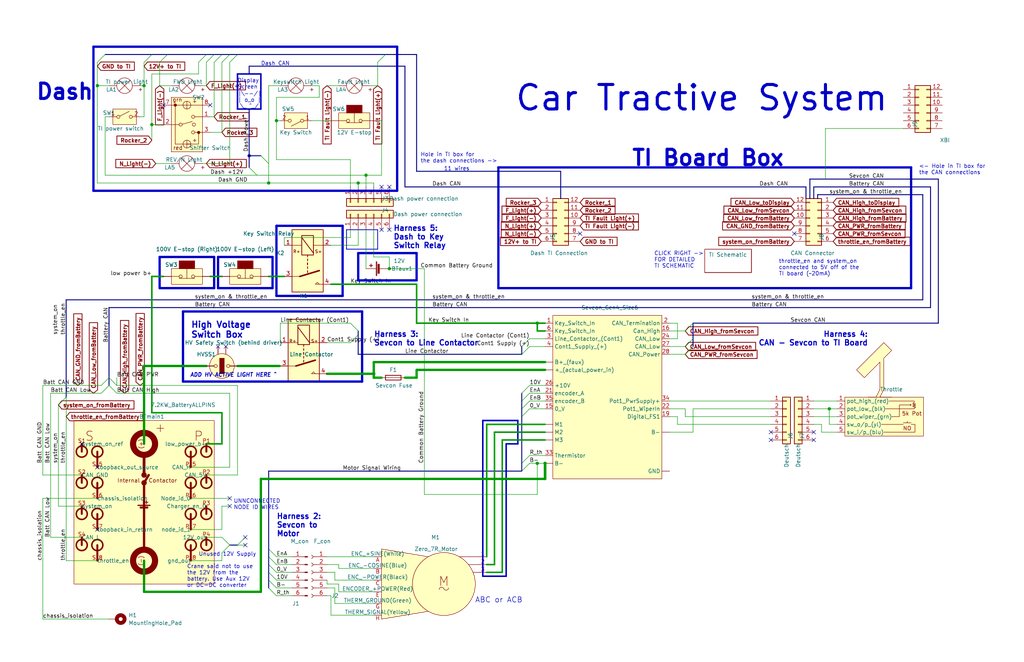
<source format=kicad_sch>
(kicad_sch (version 20230121) (generator eeschema)
  (paper "User" 334.01 216.002)
  (title_block (title "Tractive System") (date "2023-05-03") (rev "Print 1"))
  (lib_symbols
    (symbol "ADW11_1"
      (property "Reference" "K?" (at 1.27 19.05 0))
      (property "Value" "Line Contactor" (at 3.81 0 0))
      (symbol "ADW11_1_1_1"
        (text "R+" (at -2.286 4.318 0) (effects (font (size 1.016 1.016))))
        (text "S+" (at 4.826 4.318 0) (effects (font (size 1.016 1.016))))
        (pin passive line (at -6.35 3.81 0) (length 2.54) (name "~") (number "1"))
        (pin passive line (at 8.89 3.81 180) (length 2.54) (name "~") (number "2"))
        (pin passive line (at -6.35 -3.81 0) (length 2.54) (name "~") (number "3"))
        (pin passive line (at 8.89 -6.35 180) (length 2.54) (name "~") (number "4"))
      )
    )
    (symbol "CamachosSymbols:7.2KW_BatteryALLPINS" (pin_names (offset 0.002))
      (property "Reference" "BT?" (at -2.54 27.94 0))
      (property "Value" "7.2KW_BatteryALLPINS" (at -10.16 30.48 0))
      (symbol "7.2KW_BatteryALLPINS_0_0"
        (text "+" (at 5.08 22.86 900) (effects (font (size 3 3))))
        (text "Internal   Contactor" (at 1.025 5.8383 0) (effects (font (size 1.27 1.27))))
        (text "P" (at 17.78 20.32 0) (effects (font (size 3 3))))
        (text "S" (at -17.78 20.32 0) (effects (font (size 3 3))))
      )
      (symbol "7.2KW_BatteryALLPINS_1_1"
        (pin passive line (at 0 17.78 270) (length 0) (name "") (number "(+)"))
        (pin passive line (at 0 -20.32 90) (length 0) (name "") (number "(-)"))
        (pin input line (at 20.32 17.78 180) (length 0) (name "low_power_b+") (number "P1"))
        (pin input line (at 20.32 7.62 180) (length 0) (name "CAN_5V") (number "P2"))
        (pin input line (at 20.32 -2.54 180) (length 0) (name "Charger_en_0") (number "P3"))
        (pin input line (at 20.32 -12.7 180) (length 0) (name "12V_out") (number "P4"))
        (pin input line (at 15.24 10.16 180) (length 0) (name "CAN_H") (number "P_5"))
        (pin input line (at 15.24 0 180) (length 0) (name "Node_id_0") (number "P_6"))
        (pin input line (at 15.24 -10.16 180) (length 0) (name "node_id_1") (number "P_7"))
        (pin input line (at 15.24 -20.32 180) (length 0) (name "gnd_out") (number "P_8"))
        (pin input line (at -20.32 17.78 0) (length 0) (name "system_on_ref") (number "S1"))
        (pin input line (at -20.32 7.62 0) (length 0) (name "CAN_GND") (number "S2"))
        (pin input line (at -20.32 -2.54 0) (length 0) (name "system_on") (number "S3"))
        (pin input line (at -20.32 -12.7 0) (length 0) (name "CAN_L") (number "S4"))
        (pin input line (at -15.24 10.16 0) (length 0) (name "loopback_out_source") (number "S_5"))
        (pin input line (at -15.24 0 0) (length 0) (name "chassis_isolation") (number "S_6"))
        (pin input line (at -15.24 -10.16 0) (length 0) (name "loopback_in_return") (number "S_7"))
        (pin input line (at -15.24 -20.32 0) (length 0) (name "throttle_en") (number "S_8"))
      )
    )
    (symbol "CamachosSymbols:SW_SPDT_MSM" (pin_names (offset 0) hide)
      (property "Reference" "SW?" (at 1.27 12.7 0))
      (property "Value" "SW_SPDT_MSM" (at 6.35 10.16 0))
      (symbol "SW_SPDT_MSM_0_0"
        (text "+" (at 2.54 -5.08 0) (effects (font (size 1.27 1.27))))
        (text "+" (at 2.54 7.62 0) (effects (font (size 1.27 1.27))))
        (text "grn" (at -3.1095 8.1227 0) (effects (font (size 1.27 1.27))))
        (text "red" (at -2.9266 -7.5775 0) (effects (font (size 1.27 1.27))))
      )
      (symbol "SW_SPDT_MSM_1_1"
        (pin passive line (at 7.62 2.54 180) (length 2.54) (name "1") (number "1"))
        (pin passive line (at -7.62 0 0) (length 2.54) (name "2") (number "2"))
        (pin passive line (at 7.62 -2.54 180) (length 2.54) (name "") (number "3"))
        (pin input line (at -7.62 6.35 0) (length 2.54) (name "ledGnd") (number "7"))
        (pin input line (at 7.62 6.35 180) (length 2.54) (name "") (number "8"))
      )
    )
    (symbol "CamachosSymbols:SW_SPST" (pin_names (offset 0) hide)
      (property "Reference" "SW" (at 0 3.175 0))
      (property "Value" "SW_SPST" (at 0 -2.54 0))
      (symbol "SW_SPST_1_1"
        (pin passive line (at -5.08 0 0) (length 2.54) (name "A") (number "1"))
        (pin passive line (at 5.08 0 180) (length 2.54) (name "B") (number "2"))
      )
    )
    (symbol "CamachosSymbols:Safety Switch" (pin_numbers hide) (pin_names (offset 1.016) hide)
      (property "Reference" "SW?" (at 0 7.62 0))
      (property "Value" "Safety Switch" (at 0 6.35 0))
      (symbol "Safety Switch_0_1"
        (pin passive line (at -7.62 0 0) (length 2.54) (name "A") (number "1"))
      )
      (symbol "Safety Switch_1_1"
        (pin passive line (at 7.62 0 180) (length 2.54) (name "B") (number "2"))
      )
    )
    (symbol "CamachosSymbols:Sevcon_Gen4_Size6"
      (property "Value" "Sevcon_Gen4_Size6" (at 10.16 17.78 0))
      (symbol "Sevcon_Gen4_Size6_1_1"
        (pin passive line (at -20.32 -2.54 0) (length 2.54) (name "+_(actual_power_in)") (number ""))
        (pin passive line (at -20.32 0 0) (length 2.54) (name "B+_(faux)") (number ""))
        (pin passive line (at -20.32 -33.02 0) (length 2.54) (name "B-") (number ""))
        (pin passive line (at 20.32 -22.86 180) (length 2.54) (name "B-") (number ""))
        (pin passive line (at 20.32 -35.56 180) (length 2.54) (name "GND") (number ""))
        (pin passive line (at -20.32 -20.32 0) (length 2.54) (name "M1") (number ""))
        (pin passive line (at -20.32 -22.86 0) (length 2.54) (name "M2") (number ""))
        (pin passive line (at -20.32 -25.4 0) (length 2.54) (name "M3") (number ""))
        (pin passive line (at -20.32 12.7 0) (length 2.54) (name "Key_Switch_In") (number "1"))
        (pin passive line (at -20.32 -15.24 0) (length 2.54) (name "0_V") (number "15"))
        (pin passive line (at 20.32 10.16 180) (length 2.54) (name "Can_High") (number "16"))
        (pin passive line (at 20.32 -17.78 180) (length 2.54) (name "Digital_FS1") (number "19"))
        (pin passive line (at 20.32 12.7 180) (length 2.54) (name "CAN_Termination") (number "2"))
        (pin passive line (at -20.32 -10.16 0) (length 2.54) (name "encoder_A") (number "21"))
        (pin passive line (at 20.32 -15.24 180) (length 2.54) (name "Pot1_WiperIn") (number "22"))
        (pin passive line (at 20.32 7.62 180) (length 2.54) (name "CAN_Low") (number "24"))
        (pin passive line (at -20.32 -7.62 0) (length 2.54) (name "+10V") (number "26"))
        (pin passive line (at 20.32 5.08 180) (length 2.54) (name "CAN_Low") (number "27"))
        (pin passive line (at 20.32 2.54 180) (length 2.54) (name "CAN_Power") (number "28"))
        (pin passive line (at -20.32 7.62 0) (length 2.54) (name "Line_Contactor_(Cont1)") (number "3"))
        (pin passive line (at -20.32 -30.48 0) (length 2.54) (name "Thermistor") (number "33"))
        (pin passive line (at 20.32 -12.7 180) (length 2.54) (name "Pot1_PwrSupply+") (number "34"))
        (pin passive line (at -20.32 -12.7 0) (length 2.54) (name "encoder_B") (number "35"))
        (pin passive line (at -20.32 5.08 0) (length 2.54) (name "Cont1_Supply_(+)") (number "4"))
        (pin passive line (at -20.32 10.16 0) (length 2.54) (name "Key_Switch_In") (number "6"))
      )
    )
    (symbol "CamachosSymbols:Throttle"
      (property "Value" "Throttle" (at 12.7 11.43 0))
      (symbol "Throttle_0_0"
        (text "5k Pot" (at 14.224 -2.794 0) (effects (font (size 1.27 1.27))))
        (text "NO" (at 12.7 -7.62 0) (effects (font (size 1.27 1.27))))
      )
      (symbol "Throttle_1_1"
        (pin passive line (at -10.16 1.27 0) (length 2.54) (name "pot_high_(red)") (number "1"))
        (pin passive line (at -10.16 -1.27 0) (length 2.54) (name "pot_low_(blk)") (number "2"))
        (pin passive line (at -10.16 -3.81 0) (length 2.54) (name "pot_wiper_(grn)") (number "3"))
        (pin passive line (at -10.16 -6.35 0) (length 2.54) (name "sw_o/p_(yl)") (number "4"))
        (pin passive line (at -10.16 -8.89 0) (length 2.54) (name "sw_i/p_(blu)") (number "5"))
      )
    )
    (symbol "CamachosSymbols:Zero_7R_Motor" (pin_names (offset 0))
      (property "Reference" "M?" (at -0.635 16.51 0))
      (property "Value" "Zero_7R_Motor" (at -0.635 13.97 0))
      (symbol "Zero_7R_Motor_1_1"
        (pin passive line (at 16.51 8.89 180) (length 2.54) (name "~") (number "1"))
        (pin passive line (at 16.51 6.35 180) (length 2.54) (name "~") (number "2"))
        (pin passive line (at 16.51 3.81 180) (length 2.54) (name "~") (number "3"))
        (pin passive line (at -20.32 8.89 0) (length 2.54) (name "ENC_+SINE(White)") (number "A"))
        (pin passive line (at -20.32 5.08 0) (length 2.54) (name "ENC_-COSINE(Blue)") (number "B"))
        (pin passive line (at -20.32 1.27 0) (length 2.54) (name "ENC_-POWER(Black)") (number "C"))
        (pin passive line (at -20.32 -2.54 0) (length 2.54) (name "ENCODER_+POWER(Red)") (number "E"))
        (pin passive line (at -20.32 -6.35 0) (length 2.54) (name "THERM_GROUND(Green)") (number "G"))
        (pin passive line (at -20.32 -10.16 0) (length 2.54) (name "THERM_SIGNAL(Yellow)") (number "H"))
      )
    )
    (symbol "Connector:Conn_01x06_Female" (pin_names (offset 1.016) hide)
      (property "Reference" "J" (at 0 7.62 0))
      (property "Value" "Conn_01x06_Female" (at 0 -10.16 0))
      (symbol "Conn_01x06_Female_1_1"
        (pin passive line (at -5.08 5.08 0) (length 3.81) (name "Pin_1") (number "1"))
        (pin passive line (at -5.08 2.54 0) (length 3.81) (name "Pin_2") (number "2"))
        (pin passive line (at -5.08 0 0) (length 3.81) (name "Pin_3") (number "3"))
        (pin passive line (at -5.08 -2.54 0) (length 3.81) (name "Pin_4") (number "4"))
        (pin passive line (at -5.08 -5.08 0) (length 3.81) (name "Pin_5") (number "5"))
        (pin passive line (at -5.08 -7.62 0) (length 3.81) (name "Pin_6") (number "6"))
      )
    )
    (symbol "Connector:Conn_01x06_Male" (pin_names (offset 1.016) hide)
      (property "Reference" "J" (at 0 7.62 0))
      (property "Value" "Conn_01x06_Male" (at 0 -10.16 0))
      (symbol "Conn_01x06_Male_1_1"
        (pin passive line (at 5.08 5.08 180) (length 3.81) (name "Pin_1") (number "1"))
        (pin passive line (at 5.08 2.54 180) (length 3.81) (name "Pin_2") (number "2"))
        (pin passive line (at 5.08 0 180) (length 3.81) (name "Pin_3") (number "3"))
        (pin passive line (at 5.08 -2.54 180) (length 3.81) (name "Pin_4") (number "4"))
        (pin passive line (at 5.08 -5.08 180) (length 3.81) (name "Pin_5") (number "5"))
        (pin passive line (at 5.08 -7.62 180) (length 3.81) (name "Pin_6") (number "6"))
      )
    )
    (symbol "Connector_Generic:Conn_01x06" (pin_names (offset 1.016) hide)
      (property "Reference" "J" (at 0 7.62 0))
      (property "Value" "Conn_01x06" (at 0 -10.16 0))
      (symbol "Conn_01x06_1_1"
        (pin passive line (at -5.08 5.08 0) (length 3.81) (name "Pin_1") (number "1"))
        (pin passive line (at -5.08 2.54 0) (length 3.81) (name "Pin_2") (number "2"))
        (pin passive line (at -5.08 0 0) (length 3.81) (name "Pin_3") (number "3"))
        (pin passive line (at -5.08 -2.54 0) (length 3.81) (name "Pin_4") (number "4"))
        (pin passive line (at -5.08 -5.08 0) (length 3.81) (name "Pin_5") (number "5"))
        (pin passive line (at -5.08 -7.62 0) (length 3.81) (name "Pin_6") (number "6"))
      )
    )
    (symbol "Connector_Generic:Conn_02x06_Counter_Clockwise" (pin_names (offset 1.016) hide)
      (property "Reference" "J" (at 1.27 7.62 0))
      (property "Value" "Conn_02x06_Counter_Clockwise" (at 1.27 -10.16 0))
      (symbol "Conn_02x06_Counter_Clockwise_1_1"
        (pin passive line (at -5.08 5.08 0) (length 3.81) (name "Pin_1") (number "1"))
        (pin passive line (at 7.62 0 180) (length 3.81) (name "Pin_10") (number "10"))
        (pin passive line (at 7.62 2.54 180) (length 3.81) (name "Pin_11") (number "11"))
        (pin passive line (at 7.62 5.08 180) (length 3.81) (name "Pin_12") (number "12"))
        (pin passive line (at -5.08 2.54 0) (length 3.81) (name "Pin_2") (number "2"))
        (pin passive line (at -5.08 0 0) (length 3.81) (name "Pin_3") (number "3"))
        (pin passive line (at -5.08 -2.54 0) (length 3.81) (name "Pin_4") (number "4"))
        (pin passive line (at -5.08 -5.08 0) (length 3.81) (name "Pin_5") (number "5"))
        (pin passive line (at -5.08 -7.62 0) (length 3.81) (name "Pin_6") (number "6"))
        (pin passive line (at 7.62 -7.62 180) (length 3.81) (name "Pin_7") (number "7"))
        (pin passive line (at 7.62 -5.08 180) (length 3.81) (name "Pin_8") (number "8"))
        (pin passive line (at 7.62 -2.54 180) (length 3.81) (name "Pin_9") (number "9"))
      )
    )
    (symbol "Device:Battery_Cell" (pin_numbers hide) (pin_names (offset 0) hide)
      (property "Reference" "BT" (at 2.54 2.54 0))
      (property "Value" "Battery_Cell" (at 2.54 0 0))
      (symbol "Battery_Cell_1_1"
        (pin passive line (at 0 5.08 270) (length 2.54) (name "+") (number "1"))
        (pin passive line (at 0 -2.54 90) (length 2.54) (name "-") (number "2"))
      )
    )
    (symbol "Device:Fuse" (pin_numbers hide) (pin_names (offset 0))
      (property "Reference" "F" (at 2.032 0 90))
      (property "Value" "Fuse" (at -1.905 0 90))
      (symbol "Fuse_1_1"
        (pin passive line (at 0 3.81 270) (length 1.27) (name "~") (number "1"))
        (pin passive line (at 0 -3.81 90) (length 1.27) (name "~") (number "2"))
      )
    )
    (symbol "Device:Lamp" (pin_numbers hide) (pin_names (offset 0.0254) hide)
      (property "Reference" "LA?" (at 3.81 1.2701 0))
      (property "Value" "12V Keyswitch Light (Dash)" (at 3.81 -1.2699 0))
      (symbol "Lamp_0_0"
        (text "+" (at 1.27 5.08 0) (effects (font (size 1.27 1.27))))
      )
      (symbol "Lamp_1_1"
        (pin passive line (at 0 -5.08 90) (length 2.54) (name "-") (number "1"))
        (pin passive line (at 0 5.08 270) (length 2.54) (name "+") (number "2"))
      )
    )
    (symbol "Mechanical:MountingHole_Pad" (pin_numbers hide) (pin_names (offset 1.016) hide)
      (property "Reference" "H" (at 0 6.35 0))
      (property "Value" "MountingHole_Pad" (at 0 4.445 0))
      (symbol "MountingHole_Pad_1_1"
        (pin input line (at 0 -2.54 90) (length 2.54) (name "1") (number "1"))
      )
    )
    (symbol "Relay:ADW11"
      (property "Reference" "K?" (at -2.54 15.24 0))
      (property "Value" "Line Contactor" (at 1.27 12.7 0))
      (symbol "ADW11_1_1"
        (text "R+" (at -2.286 4.318 0) (effects (font (size 1.016 1.016))))
        (text "S+" (at 4.826 4.318 0) (effects (font (size 1.016 1.016))))
        (pin passive line (at -6.35 6.35 0) (length 2.54) (name "~") (number "1"))
        (pin passive line (at 8.89 6.35 180) (length 2.54) (name "~") (number "2"))
        (pin passive line (at -6.35 -3.81 0) (length 2.54) (name "~") (number "3"))
        (pin passive line (at 8.89 -6.35 180) (length 2.54) (name "~") (number "4"))
      )
    )
    (symbol "Safety Switch_1" (pin_numbers hide) (pin_names (offset 1.016) hide)
      (property "Reference" "SW?" (at 0 -6.35 0))
      (property "Value" "HV Safety Switch (behind driver)" (at 1.27 7.62 0))
      (symbol "Safety Switch_1_0_1"
        (pin passive line (at -5.08 0 0) (length 2.54) (name "A") (number "1"))
      )
      (symbol "Safety Switch_1_1_1"
        (pin output line (at -1.27 -6.35 90) (length 2.54) (name "") (number ""))
        (pin output line (at 1.27 -6.35 90) (length 2.54) (name "") (number ""))
        (pin passive line (at 5.08 0 180) (length 2.54) (name "B") (number "2"))
      )
    )
    (symbol "Switch:SW_Push_Open" (pin_numbers hide) (pin_names (offset 1.016) hide)
      (property "Reference" "SW?" (at 0 7.62 0))
      (property "Value" "12V E-stop (dash)" (at 0 6.35 0))
      (symbol "SW_Push_Open_0_1"
        (pin passive line (at -7.62 0 0) (length 2.54) (name "A") (number "1"))
      )
      (symbol "SW_Push_Open_1_1"
        (pin passive line (at 7.62 0 180) (length 2.54) (name "B") (number "2"))
      )
    )
  )
  (junction (at 49.53 40.64))
  (junction (at 127 87.63))
  (junction (at 121.92 121.92))
  (junction (at 46.99 27.94))
  (junction (at 175.26 151.13))
  (junction (at 270.51 133.35))
  (junction (at 81.28 50.8))
  (junction (at 90.17 39.37))
  (junction (at 119.38 57.15))
  (junction (at 31.75 27.94))
  (junction (at 87.63 59.69))
  (junction (at 177.8 151.13))
  (junction (at 116.84 59.69))
  (junction (at 175.26 105.41))
  (no_connect (at 71.12 113.03))
  (no_connect (at 74.93 165.1))
  (no_connect (at 251.46 140.97))
  (no_connect (at 31.75 172.72))
  (no_connect (at 124.46 74.93))
  (no_connect (at 251.46 143.51))
  (no_connect (at 73.66 113.03))
  (no_connect (at 53.34 34.29))
  (no_connect (at 127 74.93))
  (no_connect (at 127 60.96))
  (no_connect (at 31.75 152.4))
  (no_connect (at 80.01 175.26))
  (no_connect (at 265.43 143.51))
  (no_connect (at 265.43 140.97))
  (no_connect (at 124.46 60.96))
  (no_connect (at 74.93 162.56))
  (no_connect (at 26.67 144.78))
  (no_connect (at 80.01 177.8))
  (no_connect (at 189.23 76.2))
  (no_connect (at 259.08 76.2))
  (no_connect (at 68.58 34.29))
  (bus_entry (at 123.19 20.32) (size 2.54 -2.54))
  (bus_entry (at 170.18 133.35) (size 2.54 -2.54))
  (bus_entry (at 54.61 17.78) (size -2.54 2.54))
  (bus_entry (at 223.52 113.03) (size 2.54 -2.54))
  (bus_entry (at 69.85 20.32) (size 2.54 -2.54))
  (bus_entry (at 223.52 115.57) (size 2.54 -2.54))
  (bus_entry (at 74.93 20.32) (size 2.54 -2.54))
  (bus_entry (at 72.39 20.32) (size 2.54 -2.54))
  (bus_entry (at 72.39 175.26) (size 2.54 2.54))
  (bus_entry (at 87.63 191.77) (size 2.54 2.54))
  (bus_entry (at 170.18 135.89) (size 2.54 -2.54))
  (bus_entry (at 87.63 181.61) (size 2.54 2.54))
  (bus_entry (at 72.39 180.34) (size 2.54 -2.54))
  (bus_entry (at 172.72 151.13) (size -2.54 2.54))
  (bus_entry (at 31.75 20.32) (size 2.54 -2.54))
  (bus_entry (at 85.09 50.8) (size 2.54 2.54))
  (bus_entry (at 114.3 111.76) (size 2.54 -2.54))
  (bus_entry (at 87.63 189.23) (size 2.54 2.54))
  (bus_entry (at 67.31 20.32) (size 2.54 -2.54))
  (bus_entry (at 19.05 132.08) (size 2.54 -2.54))
  (bus_entry (at 87.63 184.15) (size 2.54 2.54))
  (bus_entry (at 46.99 20.32) (size 2.54 -2.54))
  (bus_entry (at 33.02 128.27) (size 2.54 -2.54))
  (bus_entry (at 33.02 125.73) (size 2.54 -2.54))
  (bus_entry (at 170.18 128.27) (size 2.54 -2.54))
  (bus_entry (at 172.72 110.49) (size -2.54 2.54))
  (bus_entry (at 64.77 20.32) (size 2.54 -2.54))
  (bus_entry (at 172.72 148.59) (size -2.54 2.54))
  (bus_entry (at 170.18 130.81) (size 2.54 -2.54))
  (bus_entry (at 114.3 105.41) (size 2.54 2.54))
  (bus_entry (at 38.1 128.27) (size -2.54 -2.54))
  (bus_entry (at 87.63 179.07) (size 2.54 2.54))
  (bus_entry (at 87.63 186.69) (size 2.54 2.54))
  (bus_entry (at 38.1 125.73) (size -2.54 -2.54))
  (bus_entry (at 80.01 175.26) (size -2.54 2.54))
  (bus_entry (at 172.72 113.03) (size -2.54 2.54))
  (bus_entry (at 81.28 54.61) (size 2.54 2.54))
  (bus_entry (at 223.52 107.95) (size 2.54 -2.54))
  (wire (pts (xy 46.99 38.1) (xy 46.99 27.94)))
  (bus (pts (xy 87.63 189.23) (xy 87.63 191.77)))
  (polyline (pts (xy 129.54 62.23) (xy 129.54 15.24)) (stroke (width 0.75) (type solid)))
  (polyline (pts (xy 71.12 83.82) (xy 71.12 93.98)) (stroke (width 0.75) (type solid)))
  (wire (pts (xy 107.95 194.31) (xy 107.95 200.66)))
  (wire (pts (xy 273.05 140.97) (xy 267.97 140.97)))
  (polyline (pts (xy 30.48 15.24) (xy 30.48 62.23)) (stroke (width 0.75) (type solid)))
  (wire (pts (xy 87.63 90.17) (xy 92.71 90.17)) (stroke (width 0.5)))
  (polyline (pts (xy 113.03 74.93) (xy 123.19 74.93)) (stroke (width 0.25)))
  (wire (pts (xy 38.1 128.27) (xy 74.93 128.27)))
  (wire (pts (xy 121.92 118.11) (xy 177.8 118.11)) (stroke (width 0.75)))
  (wire (pts (xy 177.8 140.97) (xy 161.29 140.97)) (stroke (width 0.5)))
  (wire (pts (xy 26.67 165.1) (xy 19.05 165.1)))
  (wire (pts (xy 121.92 83.82) (xy 121.92 74.93)))
  (bus (pts (xy 35.56 123.19) (xy 35.56 125.73)))
  (wire (pts (xy 109.22 186.69) (xy 106.68 186.69)))
  (wire (pts (xy 31.75 59.69) (xy 87.63 59.69)))
  (wire (pts (xy 161.29 140.97) (xy 161.29 184.15)) (stroke (width 0.5)))
  (wire (pts (xy 226.06 133.35) (xy 226.06 140.97)))
  (wire (pts (xy 90.17 39.37) (xy 90.17 52.07)))
  (polyline (pts (xy 77.47 24.13) (xy 77.47 35.56)) (stroke (width 0.5) (type solid)))
  (wire (pts (xy 46.99 119.38) (xy 67.31 119.38)) (stroke (width 0.75)))
  (wire (pts (xy 175.26 105.41) (xy 177.8 105.41)) (stroke (width 0.5)))
  (wire (pts (xy 46.99 20.32) (xy 46.99 27.94)))
  (bus (pts (xy 226.06 105.41) (xy 226.06 110.49)))
  (wire (pts (xy 90.17 189.23) (xy 95.25 189.23)))
  (wire (pts (xy 85.09 156.21) (xy 177.8 156.21)) (stroke (width 0.75)))
  (wire (pts (xy 121.92 123.19) (xy 121.92 121.92)) (stroke (width 0.75)))
  (wire (pts (xy 77.47 154.94) (xy 67.31 154.94)))
  (bus (pts (xy 266.7 63.5) (xy 266.7 64.77)))
  (wire (pts (xy 218.44 107.95) (xy 223.52 107.95)))
  (wire (pts (xy 106.68 121.92) (xy 121.92 121.92)) (stroke (width 0.75)))
  (bus (pts (xy 34.29 17.78) (xy 49.53 17.78)))
  (bus (pts (xy 35.56 100.33) (xy 35.56 123.19)))
  (wire (pts (xy 121.92 121.92) (xy 121.92 119.38)))
  (polyline (pts (xy 52.07 83.82) (xy 52.07 93.98)) (stroke (width 0.75) (type solid)))
  (wire (pts (xy 87.63 53.34) (xy 87.63 59.69)))
  (wire (pts (xy 269.24 41.91) (xy 269.24 58.42)))
  (wire (pts (xy 106.68 194.31) (xy 107.95 194.31)))
  (wire (pts (xy 172.72 125.73) (xy 177.8 125.73)))
  (polyline (pts (xy 59.69 101.6) (xy 59.69 124.46)) (stroke (width 0.75) (type solid)))
  (polyline (pts (xy 157.48 137.16) (xy 168.91 137.16)) (stroke (width 0.5)))
  (wire (pts (xy 158.75 138.43) (xy 158.75 181.61)) (stroke (width 0.5)))
  (bus (pts (xy 21.59 97.79) (xy 300.99 97.79)))
  (wire (pts (xy 104.14 27.94) (xy 104.14 31.75)))
  (wire (pts (xy 72.39 165.1) (xy 74.93 165.1)))
  (wire (pts (xy 26.67 154.94) (xy 13.97 154.94)))
  (wire (pts (xy 31.75 182.88) (xy 21.59 182.88)))
  (wire (pts (xy 177.8 148.59) (xy 172.72 148.59)))
  (wire (pts (xy 106.68 181.61) (xy 121.92 181.61)))
  (wire (pts (xy 68.58 43.18) (xy 72.39 43.18)))
  (polyline (pts (xy 165.1 144.78) (xy 168.91 144.78)) (stroke (width 0.5)))
  (polyline (pts (xy 135.89 91.44) (xy 116.84 91.44)) (stroke (width 0.75) (type solid)))
  (wire (pts (xy 124.46 39.37) (xy 124.46 57.15)))
  (wire (pts (xy 64.77 20.32) (xy 64.77 24.13)))
  (wire (pts (xy 158.75 186.69) (xy 163.83 186.69)) (stroke (width 0.5)))
  (wire (pts (xy 50.8 53.34) (xy 55.88 53.34)))
  (bus (pts (xy 135.89 17.78) (xy 135.89 55.88)))
  (wire (pts (xy 85.09 193.04) (xy 46.99 193.04)) (stroke (width 0.75)))
  (polyline (pts (xy 118.11 101.6) (xy 118.11 124.46)) (stroke (width 0.75) (type solid)))
  (bus (pts (xy 182.88 55.88) (xy 182.88 64.77)))
  (wire (pts (xy 114.3 60.96) (xy 114.3 52.07)))
  (polyline (pts (xy 165.1 144.78) (xy 165.1 187.96)) (stroke (width 0.5)))
  (wire (pts (xy 31.75 20.32) (xy 31.75 27.94)))
  (wire (pts (xy 110.49 185.42) (xy 110.49 184.15)))
  (wire (pts (xy 16.51 175.26) (xy 16.51 128.27)))
  (bus (pts (xy 116.84 107.95) (xy 116.84 109.22)))
  (wire (pts (xy 92.71 77.47) (xy 92.71 80.01)))
  (wire (pts (xy 19.05 132.08) (xy 19.05 165.1)))
  (wire (pts (xy 116.84 74.93) (xy 116.84 80.01)))
  (wire (pts (xy 21.59 129.54) (xy 21.59 182.88)))
  (wire (pts (xy 110.49 190.5) (xy 110.49 193.04)))
  (wire (pts (xy 172.72 151.13) (xy 175.26 151.13)))
  (wire (pts (xy 87.63 59.69) (xy 116.84 59.69)))
  (wire (pts (xy 121.92 118.11) (xy 121.92 121.92)) (stroke (width 0.75)))
  (wire (pts (xy 72.39 144.78) (xy 67.31 144.78)) (stroke (width 0.5)))
  (polyline (pts (xy 59.69 101.6) (xy 118.11 101.6)) (stroke (width 0.75) (type solid)))
  (wire (pts (xy 109.22 189.23) (xy 121.92 189.23)))
  (wire (pts (xy 67.31 20.32) (xy 67.31 27.94)))
  (bus (pts (xy 265.43 60.96) (xy 265.43 64.77)))
  (polyline (pts (xy 69.85 83.82) (xy 69.85 93.98)) (stroke (width 0.75) (type solid)))
  (wire (pts (xy 265.43 135.89) (xy 273.05 135.89)))
  (wire (pts (xy 218.44 115.57) (xy 223.52 115.57)))
  (wire (pts (xy 177.8 120.65) (xy 135.89 120.65)) (stroke (width 0.75)))
  (wire (pts (xy 66.04 53.34) (xy 74.93 53.34)))
  (wire (pts (xy 87.63 27.94) (xy 91.44 27.94)))
  (wire (pts (xy 135.89 120.65) (xy 135.89 123.19)) (stroke (width 0.75)))
  (wire (pts (xy 49.53 40.64) (xy 53.34 40.64)))
  (wire (pts (xy 265.43 130.81) (xy 273.05 130.81)))
  (bus (pts (xy 135.89 55.88) (xy 182.88 55.88)))
  (polyline (pts (xy 123.19 81.28) (xy 113.03 81.28)) (stroke (width 0.25)))
  (wire (pts (xy 218.44 110.49) (xy 220.98 110.49)))
  (wire (pts (xy 91.186 119.38) (xy 91.44 119.38)))
  (wire (pts (xy 13.97 201.93) (xy 35.56 201.93)))
  (wire (pts (xy 158.75 138.43) (xy 177.8 138.43)) (stroke (width 0.5)))
  (bus (pts (xy 87.63 181.61) (xy 87.63 184.15)))
  (bus (pts (xy 265.43 60.96) (xy 303.53 60.96)))
  (wire (pts (xy 218.44 135.89) (xy 220.98 135.89)))
  (bus (pts (xy 132.08 60.96) (xy 262.89 60.96)))
  (wire (pts (xy 34.29 38.1) (xy 34.29 57.15)))
  (wire (pts (xy 163.83 143.51) (xy 163.83 186.69)) (stroke (width 0.5)))
  (bus (pts (xy 81.28 50.8) (xy 85.09 50.8)))
  (wire (pts (xy 158.75 184.15) (xy 161.29 184.15)) (stroke (width 0.5)))
  (polyline (pts (xy 30.48 62.23) (xy 129.54 62.23)) (stroke (width 0.75) (type solid)))
  (wire (pts (xy 124.46 123.19) (xy 121.92 123.19)) (stroke (width 0.75)))
  (bus (pts (xy 81.28 21.59) (xy 132.08 21.59)))
  (polyline (pts (xy 168.91 137.16) (xy 168.91 144.78)) (stroke (width 0.5)))
  (wire (pts (xy 13.97 162.56) (xy 13.97 201.93)))
  (wire (pts (xy 49.53 40.64) (xy 49.53 45.72)))
  (wire (pts (xy 38.1 125.73) (xy 77.47 125.73)))
  (wire (pts (xy 109.22 191.77) (xy 109.22 196.85)))
  (bus (pts (xy 81.28 35.56) (xy 81.28 50.8)))
  (bus (pts (xy 264.16 58.42) (xy 264.16 64.77)))
  (wire (pts (xy 90.17 31.75) (xy 90.17 39.37)))
  (wire (pts (xy 123.19 20.32) (xy 123.19 27.94)))
  (polyline (pts (xy 85.09 24.13) (xy 85.09 35.56)) (stroke (width 0.5) (type solid)))
  (bus (pts (xy 54.61 17.78) (xy 67.31 17.78)))
  (wire (pts (xy 175.26 105.41) (xy 175.26 107.95)) (stroke (width 0.5)))
  (bus (pts (xy 67.31 17.78) (xy 69.85 17.78)))
  (polyline (pts (xy 111.76 73.66) (xy 111.76 96.52)) (stroke (width 0.75) (type solid)))
  (wire (pts (xy 110.49 185.42) (xy 121.92 185.42)))
  (wire (pts (xy 220.98 138.43) (xy 251.46 138.43)))
  (wire (pts (xy 91.44 105.41) (xy 91.44 111.76)))
  (bus (pts (xy 87.63 153.67) (xy 170.18 153.67)))
  (wire (pts (xy 49.53 90.17) (xy 53.34 90.17)) (stroke (width 0.5)))
  (bus (pts (xy 87.63 179.07) (xy 87.63 181.61)))
  (polyline (pts (xy 297.18 93.98) (xy 162.56 93.98)) (stroke (width 0.75) (type solid)))
  (bus (pts (xy 77.47 177.8) (xy 74.93 177.8)))
  (bus (pts (xy 35.56 100.33) (xy 303.53 100.33)))
  (polyline (pts (xy 69.85 93.98) (xy 52.07 93.98)) (stroke (width 0.75) (type solid)))
  (wire (pts (xy 92.71 77.47) (xy 114.3 77.47)))
  (bus (pts (xy 72.39 17.78) (xy 74.93 17.78)))
  (wire (pts (xy 106.68 190.5) (xy 110.49 190.5)))
  (bus (pts (xy 226.06 110.49) (xy 226.06 113.03)))
  (polyline (pts (xy 111.76 96.52) (xy 90.17 96.52)) (stroke (width 0.75) (type solid)))
  (wire (pts (xy 119.38 74.93) (xy 119.38 87.63)))
  (wire (pts (xy 90.17 191.77) (xy 95.25 191.77)))
  (wire (pts (xy 267.97 140.97) (xy 267.97 138.43)))
  (wire (pts (xy 95.25 194.31) (xy 90.17 194.31)))
  (wire (pts (xy 45.72 38.1) (xy 46.99 38.1)))
  (wire (pts (xy 116.84 59.69) (xy 121.92 59.69)))
  (polyline (pts (xy 116.84 82.55) (xy 135.89 82.55)) (stroke (width 0.75) (type solid)))
  (wire (pts (xy 294.64 41.91) (xy 269.24 41.91)))
  (polyline (pts (xy 157.48 187.96) (xy 157.48 168.91)) (stroke (width 0.5)))
  (bus (pts (xy 300.99 63.5) (xy 266.7 63.5)))
  (wire (pts (xy 106.68 111.76) (xy 114.3 111.76)))
  (wire (pts (xy 49.53 40.64) (xy 49.53 24.13)))
  (bus (pts (xy 170.18 128.27) (xy 170.18 130.81)))
  (wire (pts (xy 90.17 186.69) (xy 95.25 186.69)))
  (bus (pts (xy 74.93 17.78) (xy 77.47 17.78)))
  (bus (pts (xy 87.63 184.15) (xy 87.63 186.69)))
  (wire (pts (xy 270.51 138.43) (xy 270.51 133.35)))
  (wire (pts (xy 123.19 27.94) (xy 120.65 27.94)))
  (wire (pts (xy 172.72 133.35) (xy 177.8 133.35)))
  (wire (pts (xy 13.97 125.73) (xy 33.02 125.73)))
  (wire (pts (xy 109.22 189.23) (xy 109.22 186.69)))
  (wire (pts (xy 83.82 57.15) (xy 119.38 57.15)))
  (wire (pts (xy 72.39 134.62) (xy 72.39 144.78)) (stroke (width 0.5)))
  (wire (pts (xy 138.43 87.63) (xy 127 87.63)))
  (bus (pts (xy 81.28 50.8) (xy 81.28 54.61)))
  (wire (pts (xy 87.63 27.94) (xy 87.63 53.34)))
  (bus (pts (xy 170.18 151.13) (xy 170.18 153.67)))
  (wire (pts (xy 72.39 172.72) (xy 72.39 165.1)))
  (wire (pts (xy 62.23 152.4) (xy 74.93 152.4)))
  (wire (pts (xy 62.23 172.72) (xy 72.39 172.72)))
  (wire (pts (xy 85.09 156.21) (xy 85.09 193.04)) (stroke (width 0.75)))
  (bus (pts (xy 170.18 130.81) (xy 170.18 133.35)))
  (wire (pts (xy 132.08 123.19) (xy 135.89 123.19)) (stroke (width 0.75)))
  (bus (pts (xy 170.18 133.35) (xy 170.18 135.89)))
  (bus (pts (xy 77.47 17.78) (xy 125.73 17.78)))
  (wire (pts (xy 172.72 128.27) (xy 177.8 128.27)))
  (wire (pts (xy 172.72 113.03) (xy 177.8 113.03)))
  (wire (pts (xy 220.98 105.41) (xy 220.98 110.49)))
  (wire (pts (xy 31.75 27.94) (xy 35.56 27.94)))
  (wire (pts (xy 218.44 130.81) (xy 251.46 130.81)))
  (bus (pts (xy 262.89 60.96) (xy 262.89 64.77)))
  (wire (pts (xy 90.17 31.75) (xy 104.14 31.75)))
  (wire (pts (xy 109.22 196.85) (xy 121.92 196.85)))
  (wire (pts (xy 62.23 162.56) (xy 74.93 162.56)))
  (wire (pts (xy 226.06 140.97) (xy 218.44 140.97)))
  (polyline (pts (xy 88.9 83.82) (xy 88.9 93.98)) (stroke (width 0.75) (type solid)))
  (wire (pts (xy 72.39 180.34) (xy 72.39 182.88)))
  (polyline (pts (xy 52.07 83.82) (xy 69.85 83.82)) (stroke (width 0.75) (type solid)))
  (wire (pts (xy 273.05 138.43) (xy 270.51 138.43)))
  (wire (pts (xy 107.95 200.66) (xy 121.92 200.66)))
  (wire (pts (xy 218.44 113.03) (xy 223.52 113.03)))
  (wire (pts (xy 110.49 27.94) (xy 106.68 27.94)))
  (wire (pts (xy 110.49 184.15) (xy 106.68 184.15)))
  (wire (pts (xy 68.58 90.17) (xy 72.39 90.17)) (stroke (width 0.5)))
  (wire (pts (xy 90.17 184.15) (xy 95.25 184.15)))
  (wire (pts (xy 163.83 143.51) (xy 177.8 143.51)) (stroke (width 0.5)))
  (wire (pts (xy 52.07 27.94) (xy 55.88 27.94)))
  (wire (pts (xy 135.89 92.71) (xy 107.95 92.71)) (stroke (width 0.5)))
  (wire (pts (xy 172.72 130.81) (xy 177.8 130.81)))
  (wire (pts (xy 90.17 52.07) (xy 114.3 52.07)))
  (bus (pts (xy 81.28 24.13) (xy 81.28 21.59)))
  (polyline (pts (xy 162.56 54.61) (xy 162.56 93.98)) (stroke (width 0.75) (type solid)))
  (wire (pts (xy 226.06 133.35) (xy 251.46 133.35)))
  (wire (pts (xy 91.44 105.41) (xy 114.3 105.41)))
  (bus (pts (xy 116.84 109.22) (xy 116.84 115.57)))
  (wire (pts (xy 223.52 133.35) (xy 223.52 135.89)))
  (polyline (pts (xy 165.1 187.96) (xy 157.48 187.96)) (stroke (width 0.5)))
  (wire (pts (xy 77.47 119.38) (xy 91.186 119.38)) (stroke (width 0.75)))
  (wire (pts (xy 49.53 24.13) (xy 64.77 24.13)))
  (wire (pts (xy 121.92 59.69) (xy 121.92 60.96)))
  (polyline (pts (xy 116.84 82.55) (xy 116.84 91.44)) (stroke (width 0.75) (type solid)))
  (wire (pts (xy 218.44 133.35) (xy 223.52 133.35)))
  (wire (pts (xy 67.31 175.26) (xy 72.39 175.26)))
  (wire (pts (xy 69.85 20.32) (xy 69.85 38.1)))
  (bus (pts (xy 303.53 100.33) (xy 303.53 60.96)))
  (polyline (pts (xy 88.9 93.98) (xy 71.12 93.98)) (stroke (width 0.75) (type solid)))
  (bus (pts (xy 132.08 21.59) (xy 132.08 60.96)))
  (wire (pts (xy 177.8 151.13) (xy 177.8 156.21)) (stroke (width 0.85)))
  (wire (pts (xy 114.3 77.47) (xy 114.3 74.93)))
  (bus (pts (xy 87.63 186.69) (xy 87.63 189.23)))
  (wire (pts (xy 218.44 105.41) (xy 220.98 105.41)))
  (wire (pts (xy 49.53 134.62) (xy 49.53 90.17)) (stroke (width 0.5)))
  (wire (pts (xy 127 87.63) (xy 127 83.82)))
  (wire (pts (xy 80.01 177.8) (xy 77.47 177.8)))
  (wire (pts (xy 175.26 151.13) (xy 177.8 151.13)))
  (polyline (pts (xy 157.48 168.91) (xy 157.48 168.91)) (stroke (width 0.5)))
  (wire (pts (xy 223.52 135.89) (xy 251.46 135.89)))
  (wire (pts (xy 123.19 39.37) (xy 124.46 39.37)))
  (wire (pts (xy 46.99 193.04) (xy 46.99 182.88)) (stroke (width 0.75)))
  (wire (pts (xy 101.6 39.37) (xy 107.95 39.37)))
  (wire (pts (xy 265.43 138.43) (xy 267.97 138.43)))
  (wire (pts (xy 45.72 27.94) (xy 46.99 27.94)))
  (wire (pts (xy 270.51 133.35) (xy 273.05 133.35)))
  (wire (pts (xy 13.97 154.94) (xy 13.97 125.73)))
  (wire (pts (xy 110.49 193.04) (xy 121.92 193.04)))
  (bus (pts (xy 125.73 17.78) (xy 135.89 17.78)))
  (wire (pts (xy 74.93 20.32) (xy 74.93 53.34)))
  (bus (pts (xy 49.53 17.78) (xy 54.61 17.78)))
  (polyline (pts (xy 157.48 168.91) (xy 157.48 137.16)) (stroke (width 0.5)))
  (wire (pts (xy 77.47 125.73) (xy 77.47 154.94)))
  (wire (pts (xy 62.23 182.88) (xy 72.39 182.88)))
  (wire (pts (xy 119.38 57.15) (xy 124.46 57.15)))
  (wire (pts (xy 74.93 152.4) (xy 74.93 128.27)))
  (wire (pts (xy 101.6 27.94) (xy 104.14 27.94)))
  (wire (pts (xy 90.17 39.37) (xy 91.44 39.37)))
  (bus (pts (xy 69.85 17.78) (xy 72.39 17.78)))
  (wire (pts (xy 31.75 27.94) (xy 31.75 59.69)))
  (wire (pts (xy 34.29 38.1) (xy 35.56 38.1)))
  (polyline (pts (xy 297.18 93.98) (xy 297.18 54.61)) (stroke (width 0.75) (type solid)))
  (polyline (pts (xy 129.54 15.24) (xy 30.48 15.24)) (stroke (width 0.75) (type solid)))
  (wire (pts (xy 31.75 162.56) (xy 13.97 162.56)))
  (wire (pts (xy 90.17 181.61) (xy 95.25 181.61)))
  (wire (pts (xy 16.51 175.26) (xy 26.67 175.26)))
  (wire (pts (xy 106.68 189.23) (xy 106.68 190.5)))
  (wire (pts (xy 177.8 107.95) (xy 175.26 107.95)) (stroke (width 0.5)))
  (polyline (pts (xy 113.03 81.28) (xy 113.03 74.93)) (stroke (width 0.25)))
  (bus (pts (xy 170.18 151.13) (xy 170.18 135.89)))
  (wire (pts (xy 49.53 134.62) (xy 72.39 134.62)) (stroke (width 0.5)))
  (bus (pts (xy 264.16 58.42) (xy 306.07 58.42)))
  (polyline (pts (xy 135.89 82.55) (xy 135.89 91.44)) (stroke (width 0.75) (type solid)))
  (wire (pts (xy 127 83.82) (xy 121.92 83.82)))
  (bus (pts (xy 226.06 105.41) (xy 306.07 105.41)))
  (wire (pts (xy 46.99 119.38) (xy 46.99 144.78)) (stroke (width 0.75)))
  (polyline (pts (xy 85.09 35.56) (xy 77.47 35.56)) (stroke (width 0.5) (type solid)))
  (wire (pts (xy 138.43 161.29) (xy 175.26 161.29)))
  (polyline (pts (xy 297.18 54.61) (xy 162.56 54.61)) (stroke (width 0.75) (type solid)))
  (wire (pts (xy 172.72 110.49) (xy 177.8 110.49)))
  (bus (pts (xy 306.07 105.41) (xy 306.07 58.42)))
  (wire (pts (xy 265.43 133.35) (xy 270.51 133.35)))
  (bus (pts (xy 87.63 153.67) (xy 87.63 179.07)))
  (wire (pts (xy 116.84 59.69) (xy 116.84 60.96)))
  (wire (pts (xy 138.43 87.63) (xy 138.43 161.29)))
  (wire (pts (xy 116.84 80.01) (xy 107.95 80.01)))
  (wire (pts (xy 16.51 128.27) (xy 33.02 128.27)))
  (polyline (pts (xy 123.19 74.93) (xy 123.19 81.28)) (stroke (width 0.25)))
  (wire (pts (xy 34.29 57.15) (xy 83.82 57.15)))
  (bus (pts (xy 21.59 129.54) (xy 21.59 97.79)))
  (bus (pts (xy 170.18 115.57) (xy 170.18 113.03)))
  (polyline (pts (xy 90.17 73.66) (xy 90.17 96.52)) (stroke (width 0.75) (type solid)))
  (wire (pts (xy 66.04 27.94) (xy 67.31 27.94)))
  (wire (pts (xy 106.68 191.77) (xy 109.22 191.77)))
  (wire (pts (xy 69.85 38.1) (xy 68.58 38.1)))
  (polyline (pts (xy 90.17 73.66) (xy 111.76 73.66)) (stroke (width 0.75) (type solid)))
  (polyline (pts (xy 118.11 124.46) (xy 59.69 124.46)) (stroke (width 0.75) (type solid)))
  (wire (pts (xy 135.89 105.41) (xy 135.89 92.71)) (stroke (width 0.5)))
  (wire (pts (xy 119.38 57.15) (xy 119.38 60.96)))
  (wire (pts (xy 220.98 135.89) (xy 220.98 138.43)))
  (bus (pts (xy 170.18 115.57) (xy 116.84 115.57)))
  (polyline (pts (xy 71.12 83.82) (xy 88.9 83.82)) (stroke (width 0.75) (type solid)))
  (wire (pts (xy 72.39 20.32) (xy 72.39 43.18)))
  (bus (pts (xy 300.99 63.5) (xy 300.99 97.79)))
  (wire (pts (xy 52.07 20.32) (xy 52.07 27.94)))
  (wire (pts (xy 38.1 125.73) (xy 38.1 123.19)))
  (polyline (pts (xy 77.47 24.13) (xy 85.09 24.13)) (stroke (width 0.5) (type solid)))
  (wire (pts (xy 135.89 105.41) (xy 175.26 105.41)) (stroke (width 0.5)))
  (wire (pts (xy 175.26 161.29) (xy 175.26 151.13)))
  (text "Hole in TI box for\nthe dash connections ->" (at 137.16 53.34 0) (effects (font (size 1.27 1.27)) (justify left bottom)))
  (text "Harness 5:\nDash to Key\nSwitch Relay" (at 128.27 81.28 0) (effects (font (size 1.75 1.75) (thickness 0.35) bold) (justify left bottom)))
  (text "UNNCONNECTED\nNODE ID WIRES" (at 76.2 166.37 0) (effects (font (size 1.27 1.27)) (justify left bottom)))
  (text "|\\--/|\n| o_o |\n \\_ ^_/" (at 77.47 35.56 0) (effects (font (size 1.27 1.27)) (justify left bottom)))
  (text "Harness 4:\nCAN - Sevcon to TI Board" (at 283.21 113.03 0) (effects (font (size 1.75 1.75) (thickness 0.35) bold) (justify right bottom)))
  (text "Harness 3:\nSevcon to Line Contactor" (at 121.92 113.03 0) (effects (font (size 1.75 1.75) (thickness 0.35) bold) (justify left bottom)))
  (text "Dash CAN" (at 85.09 21.59 0) (effects (font (size 1.27 1.27)) (justify left bottom)))
  (text "ADD HV ACTIVE LIGHT HERE ^" (at 90.17 123.19 0) (effects (font (size 1.27 1.27) (thickness 0.254) bold italic) (justify right bottom)))
  (text "CLICK RIGHT ->\nFOR DETAILED\nTI SCHEMATIC" (at 213.36 87.63 0) (effects (font (size 1.27 1.27)) (justify left bottom)))
  (text "TI Board Box" (at 205.74 54.61 0) (effects (font (size 5 5) (thickness 1) bold) (justify left bottom)))
  (text "Unused 12V Supply" (at 64.77 181.61 0) (effects (font (size 1.27 1.27)) (justify left bottom)))
  (text "Display\nScreen\n" (at 77.47 29.21 0) (effects (font (size 1.27 1.27)) (justify left bottom)))
  (text "Car Tractive System" (at 167.64 36.83 0) (effects (font (size 8 8) (thickness 1) bold) (justify left bottom)))
  (text "Crane said not to use\nthe 12V from the\nbattery. Use Aux 12V\nor DC-DC converter" (at 60.96 191.77 0) (effects (font (size 1.27 1.27)) (justify left bottom)))
  (text "<- Hole in TI box for\nthe CAN connections" (at 299.72 57.15 0) (effects (font (size 1.27 1.27)) (justify left bottom)))
  (text "throttle_en and system_on\nconnected to 5V off of the\nTI board (~20mA)" (at 254 90.17 0) (effects (font (size 1.27 1.27)) (justify left bottom)))
  (text "Dash" (at 11.43 33.02 0) (effects (font (size 5 5) (thickness 1) bold) (justify left bottom)))
  (text "11 wires" (at 144.78 55.88 0) (effects (font (size 1.27 1.27)) (justify left bottom)))
  (text "High Voltage\nSwitch Box\n" (at 62.23 110.49 0) (effects (font (size 2 2) (thickness 0.4) bold) (justify left bottom)))
  (text "Harness 2:\nSevcon to\nMotor" (at 90.17 175.26 0) (effects (font (size 1.75 1.75) (thickness 0.35) bold) (justify left bottom)))
  (text "ABC or ACB" (at 154.94 196.85 0) (effects (font (size 1.75 1.75)) (justify left bottom)))
  (label "EnA" (at 172.72 128.27 0))
  (label "system_on & throttle_en" (at 270.51 63.5 0))
  (label "system_on & throttle_en" (at 245.11 97.79 0))
  (label "Cont1 Supply (+)" (at 106.68 111.76 0))
  (label "EnB" (at 172.72 130.81 0))
  (label "Sevcon CAN" (at 257.81 105.41 0))
  (label "Dash CAN" (at 140.97 60.96 0))
  (label "throttle_en" (at 21.59 182.88 90))
  (label "system_on & throttle_en" (at 63.5 97.79 0))
  (label "R_th" (at 90.17 194.31 0))
  (label "10V" (at 172.72 125.73 0))
  (label "Motor Signal Wiring" (at 111.76 153.67 0))
  (label "Battery CAN" (at 63.5 100.33 0))
  (label "Batt CAN High" (at 38.1 128.27 0))
  (label "Dash GND" (at 71.12 59.69 0))
  (label "system_on" (at 19.05 151.13 90))
  (label "Key Switch In" (at 114.3 92.71 0))
  (label "chassis_isolation" (at 13.97 182.88 90))
  (label "throttle_en" (at 21.59 109.22 90))
  (label "Common Battery Ground" (at 137.16 87.63 0))
  (label "0_V" (at 90.17 186.69 0))
  (label "Batt CAN Low" (at 16.51 151.13 90))
  (label "B-" (at 90.17 191.77 0))
  (label "B-" (at 172.72 151.13 0))
  (label "Dash CAN" (at 247.65 60.96 0))
  (label "Batt CAN GND" (at 13.97 151.13 90))
  (label "Sevcon CAN" (at 276.86 58.42 0))
  (label "EnB" (at 90.17 184.15 0))
  (label "Battery CAN" (at 140.97 100.33 0))
  (label "low power b+" (at 49.53 90.17 180))
  (label "Batt CAN PWR" (at 38.1 123.19 0))
  (label "R_th" (at 172.72 148.59 0))
  (label "Batt CAN Low" (at 16.51 175.26 90))
  (label "10V" (at 90.17 189.23 0))
  (label "system_on & throttle_en" (at 140.97 97.79 0))
  (label "Cont1 Supply (+)" (at 172.72 113.03 180))
  (label "Battery CAN" (at 35.56 111.76 90))
  (label "Line Contactor" (at 132.08 115.57 0))
  (label "Dash Power" (at 81.28 49.53 90))
  (label "chassis_isolation" (at 13.97 201.93 0))
  (label "Batt CAN Low" (at 16.51 128.27 0))
  (label "Line Contactor (Cont1)" (at 172.72 110.49 180))
  (label "Batt CAN GND" (at 13.97 125.73 0))
  (label "Key Switch In" (at 139.7 105.41 0))
  (label "Battery CAN" (at 276.86 60.96 0))
  (label "Line Contactor (Cont1)" (at 91.44 105.41 0))
  (label "Common Battery Ground" (at 138.43 151.13 90))
  (label "0_V" (at 172.72 133.35 0))
  (label "EnA" (at 90.17 181.61 0))
  (label "throttle_en" (at 21.59 151.13 90))
  (label "Dash +12V" (at 68.58 57.15 0))
  (label "Battery CAN" (at 245.11 100.33 0))
  (label "system_on" (at 19.05 109.22 90))
  (global_label "Rocker_2" (shape input) (at 49.53 45.72 180) (effects (font (thickness 0.254) bold)) (property "Intersheetrefs" "${INTERSHEET_REFS}" (effects hide)))
  (global_label "CAN_GND_fromBattery" (shape input) (at 25.4 125.73 90) (effects (font (thickness 0.254) bold)) (property "Intersheetrefs" "${INTERSHEET_REFS}" (effects hide)))
  (global_label "CAN_High_fromSevcon" (shape input) (at 223.52 107.95 0) (effects (font (thickness 0.254) bold)) (property "Intersheetrefs" "${INTERSHEET_REFS}" (effects hide)))
  (global_label "CAN_High_fromBattery" (shape input) (at 40.64 128.27 90) (effects (font (thickness 0.254) bold)) (property "Intersheetrefs" "${INTERSHEET_REFS}" (effects hide)))
  (global_label "CAN_Low_fromBattery" (shape input) (at 30.48 128.27 90) (effects (font (thickness 0.254) bold)) (property "Intersheetrefs" "${INTERSHEET_REFS}" (effects hide)))
  (global_label "Rocker_1" (shape input) (at 189.23 66.04 0) (effects (font (thickness 0.254) bold)) (property "Intersheetrefs" "${INTERSHEET_REFS}" (effects hide)))
  (global_label "CAN_Low_fromSevcon" (shape input) (at 259.08 68.58 180) (effects (font (thickness 0.254) bold)) (property "Intersheetrefs" "${INTERSHEET_REFS}" (effects hide)))
  (global_label "TI Fault Light(+)" (shape input) (at 189.23 71.12 0) (effects (font (thickness 0.254) bold)) (property "Intersheetrefs" "${INTERSHEET_REFS}" (effects hide)))
  (global_label "CAN_PWR_fromSevcon" (shape input) (at 271.78 76.2 0) (effects (font (thickness 0.254) bold)) (property "Intersheetrefs" "${INTERSHEET_REFS}" (effects hide)))
  (global_label "F_Light(+)" (shape input) (at 67.31 27.94 0) (effects (font (thickness 0.254) bold)) (property "Intersheetrefs" "${INTERSHEET_REFS}" (effects hide)))
  (global_label "N_Light(+)" (shape input) (at 176.53 73.66 180) (effects (font (thickness 0.254) bold)) (property "Intersheetrefs" "${INTERSHEET_REFS}" (effects hide)))
  (global_label "system_on_fromBattery" (shape input) (at 259.08 78.74 180) (effects (font (thickness 0.254) bold)) (property "Intersheetrefs" "${INTERSHEET_REFS}" (effects hide)))
  (global_label "F_Light(-)" (shape input) (at 176.53 71.12 180) (effects (font (thickness 0.254) bold)) (property "Intersheetrefs" "${INTERSHEET_REFS}" (effects hide)))
  (global_label "N_Light(-)" (shape input) (at 176.53 76.2 180) (effects (font (thickness 0.254) bold)) (property "Intersheetrefs" "${INTERSHEET_REFS}" (effects hide)))
  (global_label "F_Light(-)" (shape input) (at 52.07 27.94 270) (effects (font (thickness 0.254) bold)) (property "Intersheetrefs" "${INTERSHEET_REFS}" (effects hide)))
  (global_label "CAN_High_toDisplay" (shape input) (at 271.78 66.04 0) (effects (font (thickness 0.254) bold)) (property "Intersheetrefs" "${INTERSHEET_REFS}" (effects hide)))
  (global_label "CAN_High_fromSevcon" (shape input) (at 271.78 68.58 0) (effects (font (thickness 0.254) bold)) (property "Intersheetrefs" "${INTERSHEET_REFS}" (effects hide)))
  (global_label "N_Light(+)" (shape input) (at 67.31 53.34 0) (effects (font (thickness 0.254) bold)) (property "Intersheetrefs" "${INTERSHEET_REFS}" (effects hide)))
  (global_label "CAN_Low_toDisplay" (shape input) (at 259.08 66.04 180) (effects (font (thickness 0.254) bold)) (property "Intersheetrefs" "${INTERSHEET_REFS}" (effects hide)))
  (global_label "TI Fault Light(-)" (shape input) (at 189.23 73.66 0) (effects (font (thickness 0.254) bold)) (property "Intersheetrefs" "${INTERSHEET_REFS}" (effects hide)))
  (global_label "N_Light(-)" (shape input) (at 50.8 53.34 180) (effects (font (thickness 0.254) bold)) (property "Intersheetrefs" "${INTERSHEET_REFS}" (effects hide)))
  (global_label "12V+ to TI" (shape input) (at 46.99 21.59 0) (effects (font bold)) (property "Intersheetrefs" "${INTERSHEET_REFS}" (effects hide)))
  (global_label "TI Fault Light(-)" (shape input) (at 106.68 27.94 270) (effects (font (thickness 0.254) bold)) (property "Intersheetrefs" "${INTERSHEET_REFS}" (effects hide)))
  (global_label "GND to TI" (shape input) (at 189.23 78.74 0) (effects (font bold)) (property "Intersheetrefs" "${INTERSHEET_REFS}" (effects hide)))
  (global_label "12V+ to TI" (shape input) (at 176.53 78.74 180) (effects (font bold)) (property "Intersheetrefs" "${INTERSHEET_REFS}" (effects hide)))
  (global_label "CAN_PWR_fromSevcon" (shape input) (at 223.52 115.57 0) (effects (font (thickness 0.254) bold)) (property "Intersheetrefs" "${INTERSHEET_REFS}" (effects hide)))
  (global_label "CAN_GND_fromBattery" (shape input) (at 259.08 73.66 180) (effects (font (thickness 0.254) bold)) (property "Intersheetrefs" "${INTERSHEET_REFS}" (effects hide)))
  (global_label "Rocker_2" (shape input) (at 189.23 68.58 0) (effects (font (thickness 0.254) bold)) (property "Intersheetrefs" "${INTERSHEET_REFS}" (effects hide)))
  (global_label "GND to TI" (shape input) (at 31.75 21.59 0) (effects (font bold)) (property "Intersheetrefs" "${INTERSHEET_REFS}" (effects hide)))
  (global_label "Rocker_3" (shape input) (at 176.53 66.04 180) (effects (font (thickness 0.254) bold)) (property "Intersheetrefs" "${INTERSHEET_REFS}" (effects hide)))
  (global_label "Rocker_1" (shape input) (at 69.85 38.1 0) (effects (font (thickness 0.254) bold)) (property "Intersheetrefs" "${INTERSHEET_REFS}" (effects hide)))
  (global_label "CAN_Low_fromSevcon" (shape input) (at 223.52 113.03 0) (effects (font (thickness 0.254) bold)) (property "Intersheetrefs" "${INTERSHEET_REFS}" (effects hide)))
  (global_label "F_Light(+)" (shape input) (at 176.53 68.58 180) (effects (font (thickness 0.254) bold)) (property "Intersheetrefs" "${INTERSHEET_REFS}" (effects hide)))
  (global_label "throttle_en_fromBattery" (shape input) (at 21.59 135.89 0) (effects (font (thickness 0.254) bold)) (property "Intersheetrefs" "${INTERSHEET_REFS}" (effects hide)))
  (global_label "CAN_PWR_fromBattery" (shape input) (at 45.72 125.73 90) (effects (font (thickness 0.254) bold)) (property "Intersheetrefs" "${INTERSHEET_REFS}" (effects hide)))
  (global_label "CAN_Low_fromBattery" (shape input) (at 259.08 71.12 180) (effects (font (thickness 0.254) bold)) (property "Intersheetrefs" "${INTERSHEET_REFS}" (effects hide)))
  (global_label "CAN_PWR_fromBattery" (shape input) (at 271.78 73.66 0) (effects (font (thickness 0.254) bold)) (property "Intersheetrefs" "${INTERSHEET_REFS}" (effects hide)))
  (global_label "Rocker_3" (shape input) (at 72.39 43.18 0) (effects (font (thickness 0.254) bold)) (property "Intersheetrefs" "${INTERSHEET_REFS}" (effects hide)))
  (global_label "throttle_en_fromBattery" (shape input) (at 271.78 78.74 0) (effects (font (thickness 0.254) bold)) (property "Intersheetrefs" "${INTERSHEET_REFS}" (effects hide)))
  (global_label "CAN_High_fromBattery" (shape input) (at 271.78 71.12 0) (effects (font (thickness 0.254) bold)) (property "Intersheetrefs" "${INTERSHEET_REFS}" (effects hide)))
  (global_label "system_on_fromBattery" (shape input) (at 19.05 132.08 0) (effects (font (thickness 0.254) bold)) (property "Intersheetrefs" "${INTERSHEET_REFS}" (effects hide)))
  (global_label "TI Fault Light(+)" (shape input) (at 123.19 27.94 270) (effects (font (thickness 0.254) bold)) (property "Intersheetrefs" "${INTERSHEET_REFS}" (effects hide)))
  (symbol (lib_id "CamachosSymbols:Throttle") (at 283.21 132.08 0) (unit 1)
    (property "Reference" "U2" (effects hide))
    (property "Value" "Throttle" (at 287.02 127 0) (effects (justify left)))
  )
  (symbol (lib_id "Device:Fuse") (at 128.27 123.19 270) (unit 1)
    (property "Reference" "F1" (at 129.54 120.65 90) (effects (justify right)))
    (property "Value" "Sevcon Fuse" (at 134.62 125.73 90) (effects (justify right)))
  )
  (symbol (lib_id "CamachosSymbols:Zero_7R_Motor") (at 142.24 190.5 0) (unit 1)
    (property "Reference" "M1" (at 143.51 175.26 0) (effects (justify right)))
    (property "Value" "Zero_7R_Motor" (at 142.24 179.07 0))
  )
  (symbol (lib_id "Connector_Generic:Conn_02x06_Counter_Clockwise") (at 181.61 71.12 0) (unit 1)
    (property "Reference" "J5" (at 180.3399 76.2 90) (effects (justify right)))
    (property "Value" "Dash TI Connection" (at 191.77 82.55 0) (effects (justify right)))
  )
  (symbol (lib_id "Connector_Generic:Conn_02x06_Counter_Clockwise") (at 266.7 71.12 0) (mirror y) (unit 1)
    (property "Reference" "J8" (at 267.9701 76.2 90) (effects (justify right)))
    (property "Value" "CAN Connector" (at 257.81 82.55 0) (effects (justify right)))
  )
  (symbol (lib_id "Device:Lamp") (at 40.64 27.94 270) (unit 1)
    (property "Reference" "LA1" (at 38.1 29.21 90) (effects (justify right)))
    (property "Value" "TI power Light" (at 48.26 26.67 90) (effects (justify right)))
  )
  (symbol (lib_id "Device:Battery_Cell") (at 124.46 87.63 90) (unit 1)
    (property "Reference" "BTaux1" (at 134.62 87.63 90) (effects (justify left)))
    (property "Value" "12V" (at 132.08 85.09 90) (effects (justify left)))
  )
  (symbol (lib_id "CamachosSymbols:SW_SPST") (at 96.52 39.37 180) (unit 1)
    (property "Reference" "SW5" (at 93.98 35.56 0))
    (property "Value" "Key Switch" (at 96.52 43.18 0))
  )
  (symbol (lib_id "Switch:SW_Push_Open") (at 115.57 39.37 0) (unit 1)
    (property "Reference" "SW6" (at 110.49 35.56 0))
    (property "Value" "12V E-stop" (at 115.57 43.18 0))
  )
  (symbol (lib_id "Device:Lamp") (at 60.96 27.94 270) (unit 1)
    (property "Reference" "LA2" (at 58.42 29.21 90) (effects (justify right)))
    (property "Value" "FWD Light" (at 66.04 26.67 90) (effects (justify right)))
  )
  (symbol (lib_id "Connector_Generic:Conn_01x06") (at 119.38 69.85 90) (unit 1)
    (property "Reference" "J4" (at 124.46 68.5799 90) (effects (justify right)))
    (property "Value" "Dash power connection" (at 128.27 69.85 90) (effects (justify right)))
  )
  (symbol (lib_id "Connector:Conn_01x06_Male") (at 100.33 186.69 0) (mirror y) (unit 1)
    (property "Reference" "J1" (at 96.52 196.85 0))
    (property "Value" "M_con" (at 97.79 176.53 0))
  )
  (symbol (lib_id "CamachosSymbols:SW_SPST") (at 40.64 38.1 0) (unit 1)
    (property "Reference" "SW1" (at 35.56 36.83 0))
    (property "Value" "TI power switch" (at 39.37 41.91 0))
  )
  (symbol (lib_id "CamachosSymbols:SW_SPDT_MSM") (at 60.96 40.64 0) (unit 1)
    (property "Reference" "SW2" (at 64.77 31.75 0))
    (property "Value" "Shifter Switch" (at 68.58 48.26 0))
  )
  (symbol (lib_id "CamachosSymbols:Sevcon_Gen4_Size6") (at 198.12 118.11 0) (unit 1)
    (property "Reference" "U1" (effects hide))
    (property "Value" "Sevcon_Gen4_Size6" (at 208.28 100.33 0) (effects (justify right)))
  )
  (symbol (lib_id "Connector_Generic:Conn_02x06_Counter_Clockwise") (at 299.72 34.29 0) (unit 1)
    (property "Reference" "J9" (at 298.4499 39.37 90) (effects (justify right)))
    (property "Value" "XBI" (at 309.88 45.72 0) (effects (justify right)))
  )
  (symbol (lib_id "Connector_Generic:Conn_01x06") (at 260.35 135.89 0) (mirror y) (unit 1)
    (property "Reference" "J7" (at 261.6201 140.97 90) (effects (justify right)))
    (property "Value" "Deutsch" (at 260.35 144.78 90) (effects (justify right)))
  )
  (symbol (lib_id "CamachosSymbols:7.2KW_BatteryALLPINS") (at 46.99 162.56 0) (unit 1)
    (property "Reference" "BTmain1" (at 49.53 135.89 0))
    (property "Value" "7.2KW_BatteryALLPINS" (at 59.69 132.08 0))
  )
  (symbol (lib_id "Device:Lamp") (at 60.96 53.34 270) (unit 1)
    (property "Reference" "LA5" (at 57.15 54.61 90) (effects (justify right)))
    (property "Value" "REV/N Light" (at 66.04 52.07 90) (effects (justify right)))
  )
  (symbol (lib_name "ADW11_1") (lib_id "Relay:ADW11") (at 97.79 115.57 0) (unit 1)
    (property "Reference" "K1" (at 99.06 96.52 0))
    (property "Value" "Line Contactor" (at 101.6 115.57 0))
    (property "Footprint" "Relay_THT:Relay_1P1T_NO_10x24x18.8mm_Panasonic_ADW11xxxxW_THT" (effects hide))
    (property "Datasheet" "https://www.panasonic-electric-works.com/pew/es/downloads/ds_dw_hl_en.pdf" (effects hide))
  )
  (symbol (lib_id "Relay:ADW11") (at 99.06 86.36 0) (unit 1)
    (property "Reference" "K2" (at 91.44 82.55 0))
    (property "Value" "Key Switch Relay" (at 87.63 76.2 0))
    (property "Footprint" "Relay_THT:Relay_1P1T_NO_10x24x18.8mm_Panasonic_ADW11xxxxW_THT" (effects hide))
    (property "Datasheet" "https://www.panasonic-electric-works.com/pew/es/downloads/ds_dw_hl_en.pdf" (effects hide))
  )
  (symbol (lib_id "CamachosSymbols:Safety Switch") (at 80.01 90.17 0) (unit 1)
    (property "Reference" "SW4" (at 74.93 86.36 0))
    (property "Value" "100V E-stop (Left)" (at 80.01 81.28 0))
  )
  (symbol (lib_id "Connector_Generic:Conn_01x06") (at 256.54 135.89 0) (unit 1)
    (property "Reference" "J6" (at 257.8101 140.97 90) (effects (justify right)))
    (property "Value" "Deutsch" (at 256.54 144.78 90) (effects (justify right)))
  )
  (symbol (lib_name "Safety Switch_1") (lib_id "CamachosSymbols:Safety Switch") (at 72.39 119.38 180) (unit 1)
    (property "Reference" "HVSS1" (at 67.31 115.57 0))
    (property "Value" "HV Safety Switch (behind driver)" (at 76.2 111.76 0))
  )
  (symbol (lib_id "CamachosSymbols:Safety Switch") (at 60.96 90.17 0) (unit 1)
    (property "Reference" "SW3" (at 55.88 86.36 0))
    (property "Value" "100V E-stop (Right)" (at 60.96 81.28 0))
  )
  (symbol (lib_id "Device:Lamp") (at 115.57 27.94 270) (unit 1)
    (property "Reference" "LA4" (at 113.03 29.21 90) (effects (justify right)))
    (property "Value" "Fault Light" (at 120.65 26.67 90) (effects (justify right)))
  )
  (symbol (lib_id "Device:Lamp") (at 96.52 27.94 270) (unit 1)
    (property "Reference" "LA3" (at 93.98 29.21 90) (effects (justify right)))
    (property "Value" "Keyswitch Light" (at 104.14 26.67 90) (effects (justify right)))
  )
  (symbol (lib_id "Connector_Generic:Conn_01x06") (at 119.38 66.04 90) (mirror x) (unit 1)
    (property "Reference" "J3" (at 124.46 64.7699 90) (effects (justify right)))
    (property "Value" "Dash power connection" (at 127 64.77 90) (effects (justify right)))
  )
  (symbol (lib_id "Connector:Conn_01x06_Female") (at 101.6 186.69 0) (mirror y) (unit 1)
    (property "Reference" "J2" (at 110.49 194.31 0) (effects (justify left)))
    (property "Value" "F_con" (at 107.95 176.53 0) (effects (justify left)))
  )
  (symbol (lib_id "Mechanical:MountingHole_Pad") (at 38.1 201.93 270) (unit 1)
    (property "Reference" "H1" (at 41.91 200.6599 90) (effects (justify left)))
    (property "Value" "MountingHole_Pad" (at 41.91 203.1999 90) (effects (justify left)))
  )
  (sheet (at 229.87 81.28) (size 15.24 7.62) (stroke (width 0.1524))
    (property "Sheetname" "TI Schematic" (at 231.14 83.82 0) (effects (justify left bottom)))
    (property "Sheetfile" "Microcontroller.kicad_sch" (effects hide))
  )
)
</source>
